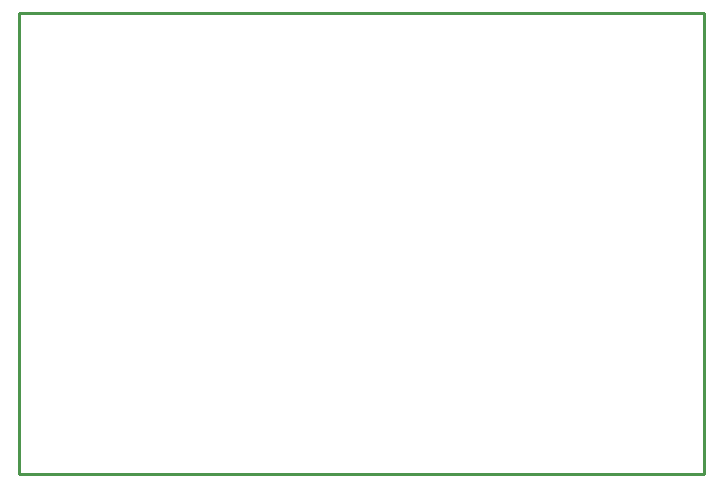
<source format=gko>
G04 Layer: BoardOutlineLayer*
G04 EasyEDA v6.5.34, 2023-09-13 00:54:02*
G04 8d9e425805504cf3a60d87cb7ac09cbe,2c7f107921f9494b8657ce3d0c88cbd9,10*
G04 Gerber Generator version 0.2*
G04 Scale: 100 percent, Rotated: No, Reflected: No *
G04 Dimensions in millimeters *
G04 leading zeros omitted , absolute positions ,4 integer and 5 decimal *
%FSLAX45Y45*%
%MOMM*%

%ADD10C,0.2540*%
D10*
X699998Y14699970D02*
G01*
X6499986Y14699970D01*
X6499986Y10799978D01*
X699998Y10799978D01*
X699998Y14699970D01*

%LPD*%
M02*

</source>
